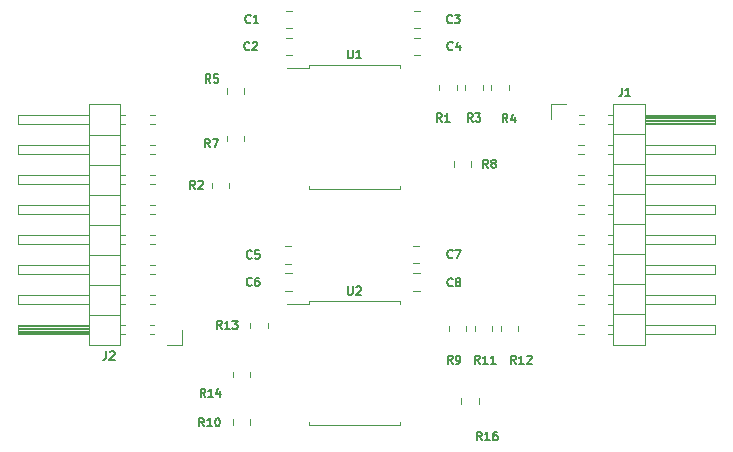
<source format=gto>
G04 #@! TF.GenerationSoftware,KiCad,Pcbnew,(6.0.6)*
G04 #@! TF.CreationDate,2023-08-29T14:37:19+02:00*
G04 #@! TF.ProjectId,digital-isolator-2t6r,64696769-7461-46c2-9d69-736f6c61746f,rev?*
G04 #@! TF.SameCoordinates,Original*
G04 #@! TF.FileFunction,Legend,Top*
G04 #@! TF.FilePolarity,Positive*
%FSLAX46Y46*%
G04 Gerber Fmt 4.6, Leading zero omitted, Abs format (unit mm)*
G04 Created by KiCad (PCBNEW (6.0.6)) date 2023-08-29 14:37:19*
%MOMM*%
%LPD*%
G01*
G04 APERTURE LIST*
%ADD10C,0.150000*%
%ADD11C,0.120000*%
%ADD12C,3.200000*%
%ADD13R,1.700000X1.700000*%
%ADD14O,1.700000X1.700000*%
G04 APERTURE END LIST*
D10*
X125500000Y-56166666D02*
X125266666Y-55833333D01*
X125100000Y-56166666D02*
X125100000Y-55466666D01*
X125366666Y-55466666D01*
X125433333Y-55500000D01*
X125466666Y-55533333D01*
X125500000Y-55600000D01*
X125500000Y-55700000D01*
X125466666Y-55766666D01*
X125433333Y-55800000D01*
X125366666Y-55833333D01*
X125100000Y-55833333D01*
X126166666Y-56166666D02*
X125766666Y-56166666D01*
X125966666Y-56166666D02*
X125966666Y-55466666D01*
X125900000Y-55566666D01*
X125833333Y-55633333D01*
X125766666Y-55666666D01*
X126833333Y-56166666D02*
X126433333Y-56166666D01*
X126633333Y-56166666D02*
X126633333Y-55466666D01*
X126566666Y-55566666D01*
X126500000Y-55633333D01*
X126433333Y-55666666D01*
X126203333Y-39576666D02*
X125970000Y-39243333D01*
X125803333Y-39576666D02*
X125803333Y-38876666D01*
X126070000Y-38876666D01*
X126136666Y-38910000D01*
X126170000Y-38943333D01*
X126203333Y-39010000D01*
X126203333Y-39110000D01*
X126170000Y-39176666D01*
X126136666Y-39210000D01*
X126070000Y-39243333D01*
X125803333Y-39243333D01*
X126603333Y-39176666D02*
X126536666Y-39143333D01*
X126503333Y-39110000D01*
X126470000Y-39043333D01*
X126470000Y-39010000D01*
X126503333Y-38943333D01*
X126536666Y-38910000D01*
X126603333Y-38876666D01*
X126736666Y-38876666D01*
X126803333Y-38910000D01*
X126836666Y-38943333D01*
X126870000Y-39010000D01*
X126870000Y-39043333D01*
X126836666Y-39110000D01*
X126803333Y-39143333D01*
X126736666Y-39176666D01*
X126603333Y-39176666D01*
X126536666Y-39210000D01*
X126503333Y-39243333D01*
X126470000Y-39310000D01*
X126470000Y-39443333D01*
X126503333Y-39510000D01*
X126536666Y-39543333D01*
X126603333Y-39576666D01*
X126736666Y-39576666D01*
X126803333Y-39543333D01*
X126836666Y-39510000D01*
X126870000Y-39443333D01*
X126870000Y-39310000D01*
X126836666Y-39243333D01*
X126803333Y-39210000D01*
X126736666Y-39176666D01*
X101383333Y-41356666D02*
X101150000Y-41023333D01*
X100983333Y-41356666D02*
X100983333Y-40656666D01*
X101250000Y-40656666D01*
X101316666Y-40690000D01*
X101350000Y-40723333D01*
X101383333Y-40790000D01*
X101383333Y-40890000D01*
X101350000Y-40956666D01*
X101316666Y-40990000D01*
X101250000Y-41023333D01*
X100983333Y-41023333D01*
X101650000Y-40723333D02*
X101683333Y-40690000D01*
X101750000Y-40656666D01*
X101916666Y-40656666D01*
X101983333Y-40690000D01*
X102016666Y-40723333D01*
X102050000Y-40790000D01*
X102050000Y-40856666D01*
X102016666Y-40956666D01*
X101616666Y-41356666D01*
X102050000Y-41356666D01*
X102633333Y-37816666D02*
X102400000Y-37483333D01*
X102233333Y-37816666D02*
X102233333Y-37116666D01*
X102500000Y-37116666D01*
X102566666Y-37150000D01*
X102600000Y-37183333D01*
X102633333Y-37250000D01*
X102633333Y-37350000D01*
X102600000Y-37416666D01*
X102566666Y-37450000D01*
X102500000Y-37483333D01*
X102233333Y-37483333D01*
X102866666Y-37116666D02*
X103333333Y-37116666D01*
X103033333Y-37816666D01*
X122283333Y-35666666D02*
X122050000Y-35333333D01*
X121883333Y-35666666D02*
X121883333Y-34966666D01*
X122150000Y-34966666D01*
X122216666Y-35000000D01*
X122250000Y-35033333D01*
X122283333Y-35100000D01*
X122283333Y-35200000D01*
X122250000Y-35266666D01*
X122216666Y-35300000D01*
X122150000Y-35333333D01*
X121883333Y-35333333D01*
X122950000Y-35666666D02*
X122550000Y-35666666D01*
X122750000Y-35666666D02*
X122750000Y-34966666D01*
X122683333Y-35066666D01*
X122616666Y-35133333D01*
X122550000Y-35166666D01*
X123133333Y-27250000D02*
X123100000Y-27283333D01*
X123000000Y-27316666D01*
X122933333Y-27316666D01*
X122833333Y-27283333D01*
X122766666Y-27216666D01*
X122733333Y-27150000D01*
X122700000Y-27016666D01*
X122700000Y-26916666D01*
X122733333Y-26783333D01*
X122766666Y-26716666D01*
X122833333Y-26650000D01*
X122933333Y-26616666D01*
X123000000Y-26616666D01*
X123100000Y-26650000D01*
X123133333Y-26683333D01*
X123366666Y-26616666D02*
X123800000Y-26616666D01*
X123566666Y-26883333D01*
X123666666Y-26883333D01*
X123733333Y-26916666D01*
X123766666Y-26950000D01*
X123800000Y-27016666D01*
X123800000Y-27183333D01*
X123766666Y-27250000D01*
X123733333Y-27283333D01*
X123666666Y-27316666D01*
X123466666Y-27316666D01*
X123400000Y-27283333D01*
X123366666Y-27250000D01*
X93866666Y-55116666D02*
X93866666Y-55616666D01*
X93833333Y-55716666D01*
X93766666Y-55783333D01*
X93666666Y-55816666D01*
X93600000Y-55816666D01*
X94166666Y-55183333D02*
X94200000Y-55150000D01*
X94266666Y-55116666D01*
X94433333Y-55116666D01*
X94500000Y-55150000D01*
X94533333Y-55183333D01*
X94566666Y-55250000D01*
X94566666Y-55316666D01*
X94533333Y-55416666D01*
X94133333Y-55816666D01*
X94566666Y-55816666D01*
X114326666Y-49606666D02*
X114326666Y-50173333D01*
X114360000Y-50240000D01*
X114393333Y-50273333D01*
X114460000Y-50306666D01*
X114593333Y-50306666D01*
X114660000Y-50273333D01*
X114693333Y-50240000D01*
X114726666Y-50173333D01*
X114726666Y-49606666D01*
X115026666Y-49673333D02*
X115060000Y-49640000D01*
X115126666Y-49606666D01*
X115293333Y-49606666D01*
X115360000Y-49640000D01*
X115393333Y-49673333D01*
X115426666Y-49740000D01*
X115426666Y-49806666D01*
X115393333Y-49906666D01*
X114993333Y-50306666D01*
X115426666Y-50306666D01*
X106183333Y-47200000D02*
X106150000Y-47233333D01*
X106050000Y-47266666D01*
X105983333Y-47266666D01*
X105883333Y-47233333D01*
X105816666Y-47166666D01*
X105783333Y-47100000D01*
X105750000Y-46966666D01*
X105750000Y-46866666D01*
X105783333Y-46733333D01*
X105816666Y-46666666D01*
X105883333Y-46600000D01*
X105983333Y-46566666D01*
X106050000Y-46566666D01*
X106150000Y-46600000D01*
X106183333Y-46633333D01*
X106816666Y-46566666D02*
X106483333Y-46566666D01*
X106450000Y-46900000D01*
X106483333Y-46866666D01*
X106550000Y-46833333D01*
X106716666Y-46833333D01*
X106783333Y-46866666D01*
X106816666Y-46900000D01*
X106850000Y-46966666D01*
X106850000Y-47133333D01*
X106816666Y-47200000D01*
X106783333Y-47233333D01*
X106716666Y-47266666D01*
X106550000Y-47266666D01*
X106483333Y-47233333D01*
X106450000Y-47200000D01*
X106083333Y-27250000D02*
X106050000Y-27283333D01*
X105950000Y-27316666D01*
X105883333Y-27316666D01*
X105783333Y-27283333D01*
X105716666Y-27216666D01*
X105683333Y-27150000D01*
X105650000Y-27016666D01*
X105650000Y-26916666D01*
X105683333Y-26783333D01*
X105716666Y-26716666D01*
X105783333Y-26650000D01*
X105883333Y-26616666D01*
X105950000Y-26616666D01*
X106050000Y-26650000D01*
X106083333Y-26683333D01*
X106750000Y-27316666D02*
X106350000Y-27316666D01*
X106550000Y-27316666D02*
X106550000Y-26616666D01*
X106483333Y-26716666D01*
X106416666Y-26783333D01*
X106350000Y-26816666D01*
X125660000Y-62646666D02*
X125426666Y-62313333D01*
X125260000Y-62646666D02*
X125260000Y-61946666D01*
X125526666Y-61946666D01*
X125593333Y-61980000D01*
X125626666Y-62013333D01*
X125660000Y-62080000D01*
X125660000Y-62180000D01*
X125626666Y-62246666D01*
X125593333Y-62280000D01*
X125526666Y-62313333D01*
X125260000Y-62313333D01*
X126326666Y-62646666D02*
X125926666Y-62646666D01*
X126126666Y-62646666D02*
X126126666Y-61946666D01*
X126060000Y-62046666D01*
X125993333Y-62113333D01*
X125926666Y-62146666D01*
X126926666Y-61946666D02*
X126793333Y-61946666D01*
X126726666Y-61980000D01*
X126693333Y-62013333D01*
X126626666Y-62113333D01*
X126593333Y-62246666D01*
X126593333Y-62513333D01*
X126626666Y-62580000D01*
X126660000Y-62613333D01*
X126726666Y-62646666D01*
X126860000Y-62646666D01*
X126926666Y-62613333D01*
X126960000Y-62580000D01*
X126993333Y-62513333D01*
X126993333Y-62346666D01*
X126960000Y-62280000D01*
X126926666Y-62246666D01*
X126860000Y-62213333D01*
X126726666Y-62213333D01*
X126660000Y-62246666D01*
X126626666Y-62280000D01*
X126593333Y-62346666D01*
X102250000Y-58966666D02*
X102016666Y-58633333D01*
X101850000Y-58966666D02*
X101850000Y-58266666D01*
X102116666Y-58266666D01*
X102183333Y-58300000D01*
X102216666Y-58333333D01*
X102250000Y-58400000D01*
X102250000Y-58500000D01*
X102216666Y-58566666D01*
X102183333Y-58600000D01*
X102116666Y-58633333D01*
X101850000Y-58633333D01*
X102916666Y-58966666D02*
X102516666Y-58966666D01*
X102716666Y-58966666D02*
X102716666Y-58266666D01*
X102650000Y-58366666D01*
X102583333Y-58433333D01*
X102516666Y-58466666D01*
X103516666Y-58500000D02*
X103516666Y-58966666D01*
X103350000Y-58233333D02*
X103183333Y-58733333D01*
X103616666Y-58733333D01*
X124883333Y-35666666D02*
X124650000Y-35333333D01*
X124483333Y-35666666D02*
X124483333Y-34966666D01*
X124750000Y-34966666D01*
X124816666Y-35000000D01*
X124850000Y-35033333D01*
X124883333Y-35100000D01*
X124883333Y-35200000D01*
X124850000Y-35266666D01*
X124816666Y-35300000D01*
X124750000Y-35333333D01*
X124483333Y-35333333D01*
X125116666Y-34966666D02*
X125550000Y-34966666D01*
X125316666Y-35233333D01*
X125416666Y-35233333D01*
X125483333Y-35266666D01*
X125516666Y-35300000D01*
X125550000Y-35366666D01*
X125550000Y-35533333D01*
X125516666Y-35600000D01*
X125483333Y-35633333D01*
X125416666Y-35666666D01*
X125216666Y-35666666D01*
X125150000Y-35633333D01*
X125116666Y-35600000D01*
X114326666Y-29606666D02*
X114326666Y-30173333D01*
X114360000Y-30240000D01*
X114393333Y-30273333D01*
X114460000Y-30306666D01*
X114593333Y-30306666D01*
X114660000Y-30273333D01*
X114693333Y-30240000D01*
X114726666Y-30173333D01*
X114726666Y-29606666D01*
X115426666Y-30306666D02*
X115026666Y-30306666D01*
X115226666Y-30306666D02*
X115226666Y-29606666D01*
X115160000Y-29706666D01*
X115093333Y-29773333D01*
X115026666Y-29806666D01*
X127833333Y-35716666D02*
X127600000Y-35383333D01*
X127433333Y-35716666D02*
X127433333Y-35016666D01*
X127700000Y-35016666D01*
X127766666Y-35050000D01*
X127800000Y-35083333D01*
X127833333Y-35150000D01*
X127833333Y-35250000D01*
X127800000Y-35316666D01*
X127766666Y-35350000D01*
X127700000Y-35383333D01*
X127433333Y-35383333D01*
X128433333Y-35250000D02*
X128433333Y-35716666D01*
X128266666Y-34983333D02*
X128100000Y-35483333D01*
X128533333Y-35483333D01*
X103650000Y-53216666D02*
X103416666Y-52883333D01*
X103250000Y-53216666D02*
X103250000Y-52516666D01*
X103516666Y-52516666D01*
X103583333Y-52550000D01*
X103616666Y-52583333D01*
X103650000Y-52650000D01*
X103650000Y-52750000D01*
X103616666Y-52816666D01*
X103583333Y-52850000D01*
X103516666Y-52883333D01*
X103250000Y-52883333D01*
X104316666Y-53216666D02*
X103916666Y-53216666D01*
X104116666Y-53216666D02*
X104116666Y-52516666D01*
X104050000Y-52616666D01*
X103983333Y-52683333D01*
X103916666Y-52716666D01*
X104550000Y-52516666D02*
X104983333Y-52516666D01*
X104750000Y-52783333D01*
X104850000Y-52783333D01*
X104916666Y-52816666D01*
X104950000Y-52850000D01*
X104983333Y-52916666D01*
X104983333Y-53083333D01*
X104950000Y-53150000D01*
X104916666Y-53183333D01*
X104850000Y-53216666D01*
X104650000Y-53216666D01*
X104583333Y-53183333D01*
X104550000Y-53150000D01*
X105983333Y-29550000D02*
X105950000Y-29583333D01*
X105850000Y-29616666D01*
X105783333Y-29616666D01*
X105683333Y-29583333D01*
X105616666Y-29516666D01*
X105583333Y-29450000D01*
X105550000Y-29316666D01*
X105550000Y-29216666D01*
X105583333Y-29083333D01*
X105616666Y-29016666D01*
X105683333Y-28950000D01*
X105783333Y-28916666D01*
X105850000Y-28916666D01*
X105950000Y-28950000D01*
X105983333Y-28983333D01*
X106250000Y-28983333D02*
X106283333Y-28950000D01*
X106350000Y-28916666D01*
X106516666Y-28916666D01*
X106583333Y-28950000D01*
X106616666Y-28983333D01*
X106650000Y-29050000D01*
X106650000Y-29116666D01*
X106616666Y-29216666D01*
X106216666Y-29616666D01*
X106650000Y-29616666D01*
X137516666Y-32821666D02*
X137516666Y-33321666D01*
X137483333Y-33421666D01*
X137416666Y-33488333D01*
X137316666Y-33521666D01*
X137250000Y-33521666D01*
X138216666Y-33521666D02*
X137816666Y-33521666D01*
X138016666Y-33521666D02*
X138016666Y-32821666D01*
X137950000Y-32921666D01*
X137883333Y-32988333D01*
X137816666Y-33021666D01*
X123183333Y-56166666D02*
X122950000Y-55833333D01*
X122783333Y-56166666D02*
X122783333Y-55466666D01*
X123050000Y-55466666D01*
X123116666Y-55500000D01*
X123150000Y-55533333D01*
X123183333Y-55600000D01*
X123183333Y-55700000D01*
X123150000Y-55766666D01*
X123116666Y-55800000D01*
X123050000Y-55833333D01*
X122783333Y-55833333D01*
X123516666Y-56166666D02*
X123650000Y-56166666D01*
X123716666Y-56133333D01*
X123750000Y-56100000D01*
X123816666Y-56000000D01*
X123850000Y-55866666D01*
X123850000Y-55600000D01*
X123816666Y-55533333D01*
X123783333Y-55500000D01*
X123716666Y-55466666D01*
X123583333Y-55466666D01*
X123516666Y-55500000D01*
X123483333Y-55533333D01*
X123450000Y-55600000D01*
X123450000Y-55766666D01*
X123483333Y-55833333D01*
X123516666Y-55866666D01*
X123583333Y-55900000D01*
X123716666Y-55900000D01*
X123783333Y-55866666D01*
X123816666Y-55833333D01*
X123850000Y-55766666D01*
X123183333Y-29550000D02*
X123150000Y-29583333D01*
X123050000Y-29616666D01*
X122983333Y-29616666D01*
X122883333Y-29583333D01*
X122816666Y-29516666D01*
X122783333Y-29450000D01*
X122750000Y-29316666D01*
X122750000Y-29216666D01*
X122783333Y-29083333D01*
X122816666Y-29016666D01*
X122883333Y-28950000D01*
X122983333Y-28916666D01*
X123050000Y-28916666D01*
X123150000Y-28950000D01*
X123183333Y-28983333D01*
X123783333Y-29150000D02*
X123783333Y-29616666D01*
X123616666Y-28883333D02*
X123450000Y-29383333D01*
X123883333Y-29383333D01*
X123183333Y-47150000D02*
X123150000Y-47183333D01*
X123050000Y-47216666D01*
X122983333Y-47216666D01*
X122883333Y-47183333D01*
X122816666Y-47116666D01*
X122783333Y-47050000D01*
X122750000Y-46916666D01*
X122750000Y-46816666D01*
X122783333Y-46683333D01*
X122816666Y-46616666D01*
X122883333Y-46550000D01*
X122983333Y-46516666D01*
X123050000Y-46516666D01*
X123150000Y-46550000D01*
X123183333Y-46583333D01*
X123416666Y-46516666D02*
X123883333Y-46516666D01*
X123583333Y-47216666D01*
X102683333Y-32366666D02*
X102450000Y-32033333D01*
X102283333Y-32366666D02*
X102283333Y-31666666D01*
X102550000Y-31666666D01*
X102616666Y-31700000D01*
X102650000Y-31733333D01*
X102683333Y-31800000D01*
X102683333Y-31900000D01*
X102650000Y-31966666D01*
X102616666Y-32000000D01*
X102550000Y-32033333D01*
X102283333Y-32033333D01*
X103316666Y-31666666D02*
X102983333Y-31666666D01*
X102950000Y-32000000D01*
X102983333Y-31966666D01*
X103050000Y-31933333D01*
X103216666Y-31933333D01*
X103283333Y-31966666D01*
X103316666Y-32000000D01*
X103350000Y-32066666D01*
X103350000Y-32233333D01*
X103316666Y-32300000D01*
X103283333Y-32333333D01*
X103216666Y-32366666D01*
X103050000Y-32366666D01*
X102983333Y-32333333D01*
X102950000Y-32300000D01*
X128550000Y-56166666D02*
X128316666Y-55833333D01*
X128150000Y-56166666D02*
X128150000Y-55466666D01*
X128416666Y-55466666D01*
X128483333Y-55500000D01*
X128516666Y-55533333D01*
X128550000Y-55600000D01*
X128550000Y-55700000D01*
X128516666Y-55766666D01*
X128483333Y-55800000D01*
X128416666Y-55833333D01*
X128150000Y-55833333D01*
X129216666Y-56166666D02*
X128816666Y-56166666D01*
X129016666Y-56166666D02*
X129016666Y-55466666D01*
X128950000Y-55566666D01*
X128883333Y-55633333D01*
X128816666Y-55666666D01*
X129483333Y-55533333D02*
X129516666Y-55500000D01*
X129583333Y-55466666D01*
X129750000Y-55466666D01*
X129816666Y-55500000D01*
X129850000Y-55533333D01*
X129883333Y-55600000D01*
X129883333Y-55666666D01*
X129850000Y-55766666D01*
X129450000Y-56166666D01*
X129883333Y-56166666D01*
X106183333Y-49500000D02*
X106150000Y-49533333D01*
X106050000Y-49566666D01*
X105983333Y-49566666D01*
X105883333Y-49533333D01*
X105816666Y-49466666D01*
X105783333Y-49400000D01*
X105750000Y-49266666D01*
X105750000Y-49166666D01*
X105783333Y-49033333D01*
X105816666Y-48966666D01*
X105883333Y-48900000D01*
X105983333Y-48866666D01*
X106050000Y-48866666D01*
X106150000Y-48900000D01*
X106183333Y-48933333D01*
X106783333Y-48866666D02*
X106650000Y-48866666D01*
X106583333Y-48900000D01*
X106550000Y-48933333D01*
X106483333Y-49033333D01*
X106450000Y-49166666D01*
X106450000Y-49433333D01*
X106483333Y-49500000D01*
X106516666Y-49533333D01*
X106583333Y-49566666D01*
X106716666Y-49566666D01*
X106783333Y-49533333D01*
X106816666Y-49500000D01*
X106850000Y-49433333D01*
X106850000Y-49266666D01*
X106816666Y-49200000D01*
X106783333Y-49166666D01*
X106716666Y-49133333D01*
X106583333Y-49133333D01*
X106516666Y-49166666D01*
X106483333Y-49200000D01*
X106450000Y-49266666D01*
X102150000Y-61466666D02*
X101916666Y-61133333D01*
X101750000Y-61466666D02*
X101750000Y-60766666D01*
X102016666Y-60766666D01*
X102083333Y-60800000D01*
X102116666Y-60833333D01*
X102150000Y-60900000D01*
X102150000Y-61000000D01*
X102116666Y-61066666D01*
X102083333Y-61100000D01*
X102016666Y-61133333D01*
X101750000Y-61133333D01*
X102816666Y-61466666D02*
X102416666Y-61466666D01*
X102616666Y-61466666D02*
X102616666Y-60766666D01*
X102550000Y-60866666D01*
X102483333Y-60933333D01*
X102416666Y-60966666D01*
X103250000Y-60766666D02*
X103316666Y-60766666D01*
X103383333Y-60800000D01*
X103416666Y-60833333D01*
X103450000Y-60900000D01*
X103483333Y-61033333D01*
X103483333Y-61200000D01*
X103450000Y-61333333D01*
X103416666Y-61400000D01*
X103383333Y-61433333D01*
X103316666Y-61466666D01*
X103250000Y-61466666D01*
X103183333Y-61433333D01*
X103150000Y-61400000D01*
X103116666Y-61333333D01*
X103083333Y-61200000D01*
X103083333Y-61033333D01*
X103116666Y-60900000D01*
X103150000Y-60833333D01*
X103183333Y-60800000D01*
X103250000Y-60766666D01*
X123183333Y-49550000D02*
X123150000Y-49583333D01*
X123050000Y-49616666D01*
X122983333Y-49616666D01*
X122883333Y-49583333D01*
X122816666Y-49516666D01*
X122783333Y-49450000D01*
X122750000Y-49316666D01*
X122750000Y-49216666D01*
X122783333Y-49083333D01*
X122816666Y-49016666D01*
X122883333Y-48950000D01*
X122983333Y-48916666D01*
X123050000Y-48916666D01*
X123150000Y-48950000D01*
X123183333Y-48983333D01*
X123583333Y-49216666D02*
X123516666Y-49183333D01*
X123483333Y-49150000D01*
X123450000Y-49083333D01*
X123450000Y-49050000D01*
X123483333Y-48983333D01*
X123516666Y-48950000D01*
X123583333Y-48916666D01*
X123716666Y-48916666D01*
X123783333Y-48950000D01*
X123816666Y-48983333D01*
X123850000Y-49050000D01*
X123850000Y-49083333D01*
X123816666Y-49150000D01*
X123783333Y-49183333D01*
X123716666Y-49216666D01*
X123583333Y-49216666D01*
X123516666Y-49250000D01*
X123483333Y-49283333D01*
X123450000Y-49350000D01*
X123450000Y-49483333D01*
X123483333Y-49550000D01*
X123516666Y-49583333D01*
X123583333Y-49616666D01*
X123716666Y-49616666D01*
X123783333Y-49583333D01*
X123816666Y-49550000D01*
X123850000Y-49483333D01*
X123850000Y-49350000D01*
X123816666Y-49283333D01*
X123783333Y-49250000D01*
X123716666Y-49216666D01*
D11*
X125065000Y-53427064D02*
X125065000Y-52972936D01*
X126535000Y-53427064D02*
X126535000Y-52972936D01*
X123285000Y-39032936D02*
X123285000Y-39487064D01*
X124755000Y-39032936D02*
X124755000Y-39487064D01*
X102825000Y-40832936D02*
X102825000Y-41287064D01*
X104295000Y-40832936D02*
X104295000Y-41287064D01*
X104075000Y-37297064D02*
X104075000Y-36842936D01*
X105545000Y-37297064D02*
X105545000Y-36842936D01*
X123535000Y-33027064D02*
X123535000Y-32572936D01*
X122065000Y-33027064D02*
X122065000Y-32572936D01*
X119911248Y-26285000D02*
X120433752Y-26285000D01*
X119911248Y-27755000D02*
X120433752Y-27755000D01*
X95070000Y-39305000D02*
X92410000Y-39305000D01*
X92410000Y-53115000D02*
X86410000Y-53115000D01*
X97940000Y-52895000D02*
X97552929Y-52895000D01*
X98007071Y-35115000D02*
X97552929Y-35115000D01*
X86410000Y-50355000D02*
X92410000Y-50355000D01*
X95467071Y-47815000D02*
X95070000Y-47815000D01*
X98007071Y-38415000D02*
X97552929Y-38415000D01*
X100320000Y-54545000D02*
X99050000Y-54545000D01*
X86410000Y-52895000D02*
X92410000Y-52895000D01*
X98007071Y-46035000D02*
X97552929Y-46035000D01*
X98007071Y-40955000D02*
X97552929Y-40955000D01*
X92410000Y-35875000D02*
X86410000Y-35875000D01*
X98007071Y-37655000D02*
X97552929Y-37655000D01*
X92410000Y-43495000D02*
X86410000Y-43495000D01*
X95070000Y-44385000D02*
X92410000Y-44385000D01*
X86410000Y-38415000D02*
X86410000Y-37655000D01*
X95467071Y-35875000D02*
X95070000Y-35875000D01*
X92410000Y-52995000D02*
X86410000Y-52995000D01*
X92410000Y-40955000D02*
X86410000Y-40955000D01*
X92410000Y-48575000D02*
X86410000Y-48575000D01*
X92410000Y-53235000D02*
X86410000Y-53235000D01*
X86410000Y-40955000D02*
X86410000Y-40195000D01*
X95467071Y-53655000D02*
X95070000Y-53655000D01*
X95467071Y-52895000D02*
X95070000Y-52895000D01*
X92410000Y-34165000D02*
X92410000Y-54605000D01*
X92410000Y-46035000D02*
X86410000Y-46035000D01*
X98007071Y-43495000D02*
X97552929Y-43495000D01*
X98007071Y-50355000D02*
X97552929Y-50355000D01*
X95070000Y-46925000D02*
X92410000Y-46925000D01*
X98007071Y-35875000D02*
X97552929Y-35875000D01*
X95070000Y-36765000D02*
X92410000Y-36765000D01*
X95070000Y-52005000D02*
X92410000Y-52005000D01*
X98007071Y-48575000D02*
X97552929Y-48575000D01*
X86410000Y-35875000D02*
X86410000Y-35115000D01*
X95467071Y-51115000D02*
X95070000Y-51115000D01*
X95467071Y-40195000D02*
X95070000Y-40195000D01*
X95467071Y-37655000D02*
X95070000Y-37655000D01*
X86410000Y-35115000D02*
X92410000Y-35115000D01*
X97940000Y-53655000D02*
X97552929Y-53655000D01*
X86410000Y-51115000D02*
X86410000Y-50355000D01*
X92410000Y-53475000D02*
X86410000Y-53475000D01*
X95467071Y-50355000D02*
X95070000Y-50355000D01*
X95467071Y-46035000D02*
X95070000Y-46035000D01*
X86410000Y-43495000D02*
X86410000Y-42735000D01*
X92410000Y-54605000D02*
X95070000Y-54605000D01*
X95467071Y-40955000D02*
X95070000Y-40955000D01*
X95070000Y-54605000D02*
X95070000Y-34165000D01*
X95070000Y-41845000D02*
X92410000Y-41845000D01*
X86410000Y-40195000D02*
X92410000Y-40195000D01*
X92410000Y-53355000D02*
X86410000Y-53355000D01*
X92410000Y-53655000D02*
X86410000Y-53655000D01*
X95467071Y-42735000D02*
X95070000Y-42735000D01*
X95070000Y-49465000D02*
X92410000Y-49465000D01*
X92410000Y-38415000D02*
X86410000Y-38415000D01*
X98007071Y-42735000D02*
X97552929Y-42735000D01*
X98007071Y-45275000D02*
X97552929Y-45275000D01*
X86410000Y-46035000D02*
X86410000Y-45275000D01*
X95467071Y-38415000D02*
X95070000Y-38415000D01*
X98007071Y-40195000D02*
X97552929Y-40195000D01*
X98007071Y-47815000D02*
X97552929Y-47815000D01*
X95467071Y-35115000D02*
X95070000Y-35115000D01*
X95467071Y-43495000D02*
X95070000Y-43495000D01*
X86410000Y-47815000D02*
X92410000Y-47815000D01*
X86410000Y-53655000D02*
X86410000Y-52895000D01*
X95467071Y-48575000D02*
X95070000Y-48575000D01*
X95467071Y-45275000D02*
X95070000Y-45275000D01*
X92410000Y-53595000D02*
X86410000Y-53595000D01*
X86410000Y-37655000D02*
X92410000Y-37655000D01*
X95070000Y-34165000D02*
X92410000Y-34165000D01*
X92410000Y-51115000D02*
X86410000Y-51115000D01*
X86410000Y-48575000D02*
X86410000Y-47815000D01*
X86410000Y-45275000D02*
X92410000Y-45275000D01*
X98007071Y-51115000D02*
X97552929Y-51115000D01*
X86410000Y-42735000D02*
X92410000Y-42735000D01*
X100320000Y-53275000D02*
X100320000Y-54545000D01*
X111000000Y-50830000D02*
X111000000Y-51085000D01*
X118720000Y-50830000D02*
X118720000Y-51085000D01*
X118720000Y-61350000D02*
X118720000Y-61095000D01*
X114860000Y-50830000D02*
X118720000Y-50830000D01*
X114860000Y-61350000D02*
X118720000Y-61350000D01*
X114860000Y-61350000D02*
X111000000Y-61350000D01*
X111000000Y-51085000D02*
X109185000Y-51085000D01*
X114860000Y-50830000D02*
X111000000Y-50830000D01*
X111000000Y-61350000D02*
X111000000Y-61095000D01*
X109548752Y-47685000D02*
X109026248Y-47685000D01*
X109548752Y-46215000D02*
X109026248Y-46215000D01*
X109571252Y-26285000D02*
X109048748Y-26285000D01*
X109571252Y-27755000D02*
X109048748Y-27755000D01*
X125395000Y-59102936D02*
X125395000Y-59557064D01*
X123925000Y-59102936D02*
X123925000Y-59557064D01*
X106035000Y-56822936D02*
X106035000Y-57277064D01*
X104565000Y-56822936D02*
X104565000Y-57277064D01*
X125735000Y-33027064D02*
X125735000Y-32572936D01*
X124265000Y-33027064D02*
X124265000Y-32572936D01*
X114860000Y-30830000D02*
X111000000Y-30830000D01*
X111000000Y-30830000D02*
X111000000Y-31085000D01*
X114860000Y-41350000D02*
X118720000Y-41350000D01*
X111000000Y-41350000D02*
X111000000Y-41095000D01*
X118720000Y-41350000D02*
X118720000Y-41095000D01*
X111000000Y-31085000D02*
X109185000Y-31085000D01*
X114860000Y-30830000D02*
X118720000Y-30830000D01*
X118720000Y-30830000D02*
X118720000Y-31085000D01*
X114860000Y-41350000D02*
X111000000Y-41350000D01*
X126465000Y-33027064D02*
X126465000Y-32572936D01*
X127935000Y-33027064D02*
X127935000Y-32572936D01*
X107535000Y-53177064D02*
X107535000Y-52722936D01*
X106065000Y-53177064D02*
X106065000Y-52722936D01*
X109571252Y-30055000D02*
X109048748Y-30055000D01*
X109571252Y-28585000D02*
X109048748Y-28585000D01*
X145440000Y-52875000D02*
X145440000Y-53635000D01*
X133842929Y-40175000D02*
X134297071Y-40175000D01*
X145440000Y-37635000D02*
X145440000Y-38395000D01*
X133842929Y-48555000D02*
X134297071Y-48555000D01*
X145440000Y-40175000D02*
X145440000Y-40935000D01*
X133910000Y-35855000D02*
X134297071Y-35855000D01*
X139440000Y-42715000D02*
X145440000Y-42715000D01*
X139440000Y-45255000D02*
X145440000Y-45255000D01*
X139440000Y-35095000D02*
X145440000Y-35095000D01*
X136382929Y-35855000D02*
X136780000Y-35855000D01*
X136382929Y-48555000D02*
X136780000Y-48555000D01*
X136780000Y-36745000D02*
X139440000Y-36745000D01*
X145440000Y-50335000D02*
X145440000Y-51095000D01*
X145440000Y-35095000D02*
X145440000Y-35855000D01*
X136382929Y-37635000D02*
X136780000Y-37635000D01*
X139440000Y-35635000D02*
X145440000Y-35635000D01*
X133842929Y-51095000D02*
X134297071Y-51095000D01*
X139440000Y-35155000D02*
X145440000Y-35155000D01*
X139440000Y-35275000D02*
X145440000Y-35275000D01*
X133842929Y-38395000D02*
X134297071Y-38395000D01*
X136780000Y-54585000D02*
X139440000Y-54585000D01*
X136382929Y-40935000D02*
X136780000Y-40935000D01*
X133842929Y-47795000D02*
X134297071Y-47795000D01*
X139440000Y-35515000D02*
X145440000Y-35515000D01*
X139440000Y-50335000D02*
X145440000Y-50335000D01*
X133842929Y-42715000D02*
X134297071Y-42715000D01*
X136780000Y-49445000D02*
X139440000Y-49445000D01*
X133842929Y-40935000D02*
X134297071Y-40935000D01*
X145440000Y-35855000D02*
X139440000Y-35855000D01*
X136382929Y-40175000D02*
X136780000Y-40175000D01*
X145440000Y-51095000D02*
X139440000Y-51095000D01*
X136780000Y-44365000D02*
X139440000Y-44365000D01*
X136382929Y-42715000D02*
X136780000Y-42715000D01*
X133842929Y-53635000D02*
X134297071Y-53635000D01*
X133842929Y-52875000D02*
X134297071Y-52875000D01*
X136780000Y-39285000D02*
X139440000Y-39285000D01*
X139440000Y-34145000D02*
X136780000Y-34145000D01*
X136382929Y-51095000D02*
X136780000Y-51095000D01*
X145440000Y-38395000D02*
X139440000Y-38395000D01*
X145440000Y-47795000D02*
X145440000Y-48555000D01*
X139440000Y-54585000D02*
X139440000Y-34145000D01*
X139440000Y-35755000D02*
X145440000Y-35755000D01*
X136382929Y-45255000D02*
X136780000Y-45255000D01*
X133842929Y-45255000D02*
X134297071Y-45255000D01*
X136780000Y-34145000D02*
X136780000Y-54585000D01*
X136382929Y-47795000D02*
X136780000Y-47795000D01*
X133842929Y-50335000D02*
X134297071Y-50335000D01*
X145440000Y-42715000D02*
X145440000Y-43475000D01*
X139440000Y-52875000D02*
X145440000Y-52875000D01*
X133842929Y-37635000D02*
X134297071Y-37635000D01*
X139440000Y-40175000D02*
X145440000Y-40175000D01*
X136382929Y-43475000D02*
X136780000Y-43475000D01*
X131530000Y-34205000D02*
X132800000Y-34205000D01*
X145440000Y-53635000D02*
X139440000Y-53635000D01*
X139440000Y-37635000D02*
X145440000Y-37635000D01*
X136382929Y-38395000D02*
X136780000Y-38395000D01*
X145440000Y-45255000D02*
X145440000Y-46015000D01*
X133910000Y-35095000D02*
X134297071Y-35095000D01*
X136382929Y-46015000D02*
X136780000Y-46015000D01*
X136382929Y-52875000D02*
X136780000Y-52875000D01*
X136382929Y-50335000D02*
X136780000Y-50335000D01*
X145440000Y-46015000D02*
X139440000Y-46015000D01*
X136780000Y-46905000D02*
X139440000Y-46905000D01*
X139440000Y-35395000D02*
X145440000Y-35395000D01*
X133842929Y-46015000D02*
X134297071Y-46015000D01*
X131530000Y-35475000D02*
X131530000Y-34205000D01*
X145440000Y-43475000D02*
X139440000Y-43475000D01*
X145440000Y-48555000D02*
X139440000Y-48555000D01*
X136382929Y-53635000D02*
X136780000Y-53635000D01*
X136780000Y-51985000D02*
X139440000Y-51985000D01*
X136382929Y-35095000D02*
X136780000Y-35095000D01*
X145440000Y-40935000D02*
X139440000Y-40935000D01*
X139440000Y-47795000D02*
X145440000Y-47795000D01*
X136780000Y-41825000D02*
X139440000Y-41825000D01*
X133842929Y-43475000D02*
X134297071Y-43475000D01*
X124335000Y-53427064D02*
X124335000Y-52972936D01*
X122865000Y-53427064D02*
X122865000Y-52972936D01*
X119898748Y-30055000D02*
X120421252Y-30055000D01*
X119898748Y-28585000D02*
X120421252Y-28585000D01*
X119863748Y-47635000D02*
X120386252Y-47635000D01*
X119863748Y-46165000D02*
X120386252Y-46165000D01*
X105545000Y-32842936D02*
X105545000Y-33297064D01*
X104075000Y-32842936D02*
X104075000Y-33297064D01*
X127265000Y-53427064D02*
X127265000Y-52972936D01*
X128735000Y-53427064D02*
X128735000Y-52972936D01*
X109561252Y-48515000D02*
X109038748Y-48515000D01*
X109561252Y-49985000D02*
X109038748Y-49985000D01*
X104565000Y-60872936D02*
X104565000Y-61327064D01*
X106035000Y-60872936D02*
X106035000Y-61327064D01*
X119876248Y-48515000D02*
X120398752Y-48515000D01*
X119876248Y-49985000D02*
X120398752Y-49985000D01*
%LPC*%
G36*
G01*
X126250000Y-54800000D02*
X125350000Y-54800000D01*
G75*
G02*
X125100000Y-54550000I0J250000D01*
G01*
X125100000Y-53850000D01*
G75*
G02*
X125350000Y-53600000I250000J0D01*
G01*
X126250000Y-53600000D01*
G75*
G02*
X126500000Y-53850000I0J-250000D01*
G01*
X126500000Y-54550000D01*
G75*
G02*
X126250000Y-54800000I-250000J0D01*
G01*
G37*
G36*
G01*
X126250000Y-52800000D02*
X125350000Y-52800000D01*
G75*
G02*
X125100000Y-52550000I0J250000D01*
G01*
X125100000Y-51850000D01*
G75*
G02*
X125350000Y-51600000I250000J0D01*
G01*
X126250000Y-51600000D01*
G75*
G02*
X126500000Y-51850000I0J-250000D01*
G01*
X126500000Y-52550000D01*
G75*
G02*
X126250000Y-52800000I-250000J0D01*
G01*
G37*
G36*
G01*
X123570000Y-37660000D02*
X124470000Y-37660000D01*
G75*
G02*
X124720000Y-37910000I0J-250000D01*
G01*
X124720000Y-38610000D01*
G75*
G02*
X124470000Y-38860000I-250000J0D01*
G01*
X123570000Y-38860000D01*
G75*
G02*
X123320000Y-38610000I0J250000D01*
G01*
X123320000Y-37910000D01*
G75*
G02*
X123570000Y-37660000I250000J0D01*
G01*
G37*
G36*
G01*
X123570000Y-39660000D02*
X124470000Y-39660000D01*
G75*
G02*
X124720000Y-39910000I0J-250000D01*
G01*
X124720000Y-40610000D01*
G75*
G02*
X124470000Y-40860000I-250000J0D01*
G01*
X123570000Y-40860000D01*
G75*
G02*
X123320000Y-40610000I0J250000D01*
G01*
X123320000Y-39910000D01*
G75*
G02*
X123570000Y-39660000I250000J0D01*
G01*
G37*
D12*
X136420000Y-25850000D03*
G36*
G01*
X103110000Y-39460000D02*
X104010000Y-39460000D01*
G75*
G02*
X104260000Y-39710000I0J-250000D01*
G01*
X104260000Y-40410000D01*
G75*
G02*
X104010000Y-40660000I-250000J0D01*
G01*
X103110000Y-40660000D01*
G75*
G02*
X102860000Y-40410000I0J250000D01*
G01*
X102860000Y-39710000D01*
G75*
G02*
X103110000Y-39460000I250000J0D01*
G01*
G37*
G36*
G01*
X103110000Y-41460000D02*
X104010000Y-41460000D01*
G75*
G02*
X104260000Y-41710000I0J-250000D01*
G01*
X104260000Y-42410000D01*
G75*
G02*
X104010000Y-42660000I-250000J0D01*
G01*
X103110000Y-42660000D01*
G75*
G02*
X102860000Y-42410000I0J250000D01*
G01*
X102860000Y-41710000D01*
G75*
G02*
X103110000Y-41460000I250000J0D01*
G01*
G37*
G36*
G01*
X105260000Y-38670000D02*
X104360000Y-38670000D01*
G75*
G02*
X104110000Y-38420000I0J250000D01*
G01*
X104110000Y-37720000D01*
G75*
G02*
X104360000Y-37470000I250000J0D01*
G01*
X105260000Y-37470000D01*
G75*
G02*
X105510000Y-37720000I0J-250000D01*
G01*
X105510000Y-38420000D01*
G75*
G02*
X105260000Y-38670000I-250000J0D01*
G01*
G37*
G36*
G01*
X105260000Y-36670000D02*
X104360000Y-36670000D01*
G75*
G02*
X104110000Y-36420000I0J250000D01*
G01*
X104110000Y-35720000D01*
G75*
G02*
X104360000Y-35470000I250000J0D01*
G01*
X105260000Y-35470000D01*
G75*
G02*
X105510000Y-35720000I0J-250000D01*
G01*
X105510000Y-36420000D01*
G75*
G02*
X105260000Y-36670000I-250000J0D01*
G01*
G37*
G36*
G01*
X123250000Y-34400000D02*
X122350000Y-34400000D01*
G75*
G02*
X122100000Y-34150000I0J250000D01*
G01*
X122100000Y-33450000D01*
G75*
G02*
X122350000Y-33200000I250000J0D01*
G01*
X123250000Y-33200000D01*
G75*
G02*
X123500000Y-33450000I0J-250000D01*
G01*
X123500000Y-34150000D01*
G75*
G02*
X123250000Y-34400000I-250000J0D01*
G01*
G37*
G36*
G01*
X123250000Y-32400000D02*
X122350000Y-32400000D01*
G75*
G02*
X122100000Y-32150000I0J250000D01*
G01*
X122100000Y-31450000D01*
G75*
G02*
X122350000Y-31200000I250000J0D01*
G01*
X123250000Y-31200000D01*
G75*
G02*
X123500000Y-31450000I0J-250000D01*
G01*
X123500000Y-32150000D01*
G75*
G02*
X123250000Y-32400000I-250000J0D01*
G01*
G37*
G36*
G01*
X118547500Y-27495000D02*
X118547500Y-26545000D01*
G75*
G02*
X118797500Y-26295000I250000J0D01*
G01*
X119472500Y-26295000D01*
G75*
G02*
X119722500Y-26545000I0J-250000D01*
G01*
X119722500Y-27495000D01*
G75*
G02*
X119472500Y-27745000I-250000J0D01*
G01*
X118797500Y-27745000D01*
G75*
G02*
X118547500Y-27495000I0J250000D01*
G01*
G37*
G36*
G01*
X120622500Y-27495000D02*
X120622500Y-26545000D01*
G75*
G02*
X120872500Y-26295000I250000J0D01*
G01*
X121547500Y-26295000D01*
G75*
G02*
X121797500Y-26545000I0J-250000D01*
G01*
X121797500Y-27495000D01*
G75*
G02*
X121547500Y-27745000I-250000J0D01*
G01*
X120872500Y-27745000D01*
G75*
G02*
X120622500Y-27495000I0J250000D01*
G01*
G37*
D13*
X99050000Y-53275000D03*
D14*
X96510000Y-53275000D03*
X99050000Y-50735000D03*
X96510000Y-50735000D03*
X99050000Y-48195000D03*
X96510000Y-48195000D03*
X99050000Y-45655000D03*
X96510000Y-45655000D03*
X99050000Y-43115000D03*
X96510000Y-43115000D03*
X99050000Y-40575000D03*
X96510000Y-40575000D03*
X99050000Y-38035000D03*
X96510000Y-38035000D03*
X99050000Y-35495000D03*
X96510000Y-35495000D03*
G36*
G01*
X109185000Y-51795000D02*
X109185000Y-51495000D01*
G75*
G02*
X109335000Y-51345000I150000J0D01*
G01*
X111085000Y-51345000D01*
G75*
G02*
X111235000Y-51495000I0J-150000D01*
G01*
X111235000Y-51795000D01*
G75*
G02*
X111085000Y-51945000I-150000J0D01*
G01*
X109335000Y-51945000D01*
G75*
G02*
X109185000Y-51795000I0J150000D01*
G01*
G37*
G36*
G01*
X109185000Y-53065000D02*
X109185000Y-52765000D01*
G75*
G02*
X109335000Y-52615000I150000J0D01*
G01*
X111085000Y-52615000D01*
G75*
G02*
X111235000Y-52765000I0J-150000D01*
G01*
X111235000Y-53065000D01*
G75*
G02*
X111085000Y-53215000I-150000J0D01*
G01*
X109335000Y-53215000D01*
G75*
G02*
X109185000Y-53065000I0J150000D01*
G01*
G37*
G36*
G01*
X109185000Y-54335000D02*
X109185000Y-54035000D01*
G75*
G02*
X109335000Y-53885000I150000J0D01*
G01*
X111085000Y-53885000D01*
G75*
G02*
X111235000Y-54035000I0J-150000D01*
G01*
X111235000Y-54335000D01*
G75*
G02*
X111085000Y-54485000I-150000J0D01*
G01*
X109335000Y-54485000D01*
G75*
G02*
X109185000Y-54335000I0J150000D01*
G01*
G37*
G36*
G01*
X109185000Y-55605000D02*
X109185000Y-55305000D01*
G75*
G02*
X109335000Y-55155000I150000J0D01*
G01*
X111085000Y-55155000D01*
G75*
G02*
X111235000Y-55305000I0J-150000D01*
G01*
X111235000Y-55605000D01*
G75*
G02*
X111085000Y-55755000I-150000J0D01*
G01*
X109335000Y-55755000D01*
G75*
G02*
X109185000Y-55605000I0J150000D01*
G01*
G37*
G36*
G01*
X109185000Y-56875000D02*
X109185000Y-56575000D01*
G75*
G02*
X109335000Y-56425000I150000J0D01*
G01*
X111085000Y-56425000D01*
G75*
G02*
X111235000Y-56575000I0J-150000D01*
G01*
X111235000Y-56875000D01*
G75*
G02*
X111085000Y-57025000I-150000J0D01*
G01*
X109335000Y-57025000D01*
G75*
G02*
X109185000Y-56875000I0J150000D01*
G01*
G37*
G36*
G01*
X109185000Y-58145000D02*
X109185000Y-57845000D01*
G75*
G02*
X109335000Y-57695000I150000J0D01*
G01*
X111085000Y-57695000D01*
G75*
G02*
X111235000Y-57845000I0J-150000D01*
G01*
X111235000Y-58145000D01*
G75*
G02*
X111085000Y-58295000I-150000J0D01*
G01*
X109335000Y-58295000D01*
G75*
G02*
X109185000Y-58145000I0J150000D01*
G01*
G37*
G36*
G01*
X109185000Y-59415000D02*
X109185000Y-59115000D01*
G75*
G02*
X109335000Y-58965000I150000J0D01*
G01*
X111085000Y-58965000D01*
G75*
G02*
X111235000Y-59115000I0J-150000D01*
G01*
X111235000Y-59415000D01*
G75*
G02*
X111085000Y-59565000I-150000J0D01*
G01*
X109335000Y-59565000D01*
G75*
G02*
X109185000Y-59415000I0J150000D01*
G01*
G37*
G36*
G01*
X109185000Y-60685000D02*
X109185000Y-60385000D01*
G75*
G02*
X109335000Y-60235000I150000J0D01*
G01*
X111085000Y-60235000D01*
G75*
G02*
X111235000Y-60385000I0J-150000D01*
G01*
X111235000Y-60685000D01*
G75*
G02*
X111085000Y-60835000I-150000J0D01*
G01*
X109335000Y-60835000D01*
G75*
G02*
X109185000Y-60685000I0J150000D01*
G01*
G37*
G36*
G01*
X118485000Y-60685000D02*
X118485000Y-60385000D01*
G75*
G02*
X118635000Y-60235000I150000J0D01*
G01*
X120385000Y-60235000D01*
G75*
G02*
X120535000Y-60385000I0J-150000D01*
G01*
X120535000Y-60685000D01*
G75*
G02*
X120385000Y-60835000I-150000J0D01*
G01*
X118635000Y-60835000D01*
G75*
G02*
X118485000Y-60685000I0J150000D01*
G01*
G37*
G36*
G01*
X118485000Y-59415000D02*
X118485000Y-59115000D01*
G75*
G02*
X118635000Y-58965000I150000J0D01*
G01*
X120385000Y-58965000D01*
G75*
G02*
X120535000Y-59115000I0J-150000D01*
G01*
X120535000Y-59415000D01*
G75*
G02*
X120385000Y-59565000I-150000J0D01*
G01*
X118635000Y-59565000D01*
G75*
G02*
X118485000Y-59415000I0J150000D01*
G01*
G37*
G36*
G01*
X118485000Y-58145000D02*
X118485000Y-57845000D01*
G75*
G02*
X118635000Y-57695000I150000J0D01*
G01*
X120385000Y-57695000D01*
G75*
G02*
X120535000Y-57845000I0J-150000D01*
G01*
X120535000Y-58145000D01*
G75*
G02*
X120385000Y-58295000I-150000J0D01*
G01*
X118635000Y-58295000D01*
G75*
G02*
X118485000Y-58145000I0J150000D01*
G01*
G37*
G36*
G01*
X118485000Y-56875000D02*
X118485000Y-56575000D01*
G75*
G02*
X118635000Y-56425000I150000J0D01*
G01*
X120385000Y-56425000D01*
G75*
G02*
X120535000Y-56575000I0J-150000D01*
G01*
X120535000Y-56875000D01*
G75*
G02*
X120385000Y-57025000I-150000J0D01*
G01*
X118635000Y-57025000D01*
G75*
G02*
X118485000Y-56875000I0J150000D01*
G01*
G37*
G36*
G01*
X118485000Y-55605000D02*
X118485000Y-55305000D01*
G75*
G02*
X118635000Y-55155000I150000J0D01*
G01*
X120385000Y-55155000D01*
G75*
G02*
X120535000Y-55305000I0J-150000D01*
G01*
X120535000Y-55605000D01*
G75*
G02*
X120385000Y-55755000I-150000J0D01*
G01*
X118635000Y-55755000D01*
G75*
G02*
X118485000Y-55605000I0J150000D01*
G01*
G37*
G36*
G01*
X118485000Y-54335000D02*
X118485000Y-54035000D01*
G75*
G02*
X118635000Y-53885000I150000J0D01*
G01*
X120385000Y-53885000D01*
G75*
G02*
X120535000Y-54035000I0J-150000D01*
G01*
X120535000Y-54335000D01*
G75*
G02*
X120385000Y-54485000I-150000J0D01*
G01*
X118635000Y-54485000D01*
G75*
G02*
X118485000Y-54335000I0J150000D01*
G01*
G37*
G36*
G01*
X118485000Y-53065000D02*
X118485000Y-52765000D01*
G75*
G02*
X118635000Y-52615000I150000J0D01*
G01*
X120385000Y-52615000D01*
G75*
G02*
X120535000Y-52765000I0J-150000D01*
G01*
X120535000Y-53065000D01*
G75*
G02*
X120385000Y-53215000I-150000J0D01*
G01*
X118635000Y-53215000D01*
G75*
G02*
X118485000Y-53065000I0J150000D01*
G01*
G37*
G36*
G01*
X118485000Y-51795000D02*
X118485000Y-51495000D01*
G75*
G02*
X118635000Y-51345000I150000J0D01*
G01*
X120385000Y-51345000D01*
G75*
G02*
X120535000Y-51495000I0J-150000D01*
G01*
X120535000Y-51795000D01*
G75*
G02*
X120385000Y-51945000I-150000J0D01*
G01*
X118635000Y-51945000D01*
G75*
G02*
X118485000Y-51795000I0J150000D01*
G01*
G37*
G36*
G01*
X110912500Y-46475000D02*
X110912500Y-47425000D01*
G75*
G02*
X110662500Y-47675000I-250000J0D01*
G01*
X109987500Y-47675000D01*
G75*
G02*
X109737500Y-47425000I0J250000D01*
G01*
X109737500Y-46475000D01*
G75*
G02*
X109987500Y-46225000I250000J0D01*
G01*
X110662500Y-46225000D01*
G75*
G02*
X110912500Y-46475000I0J-250000D01*
G01*
G37*
G36*
G01*
X108837500Y-46475000D02*
X108837500Y-47425000D01*
G75*
G02*
X108587500Y-47675000I-250000J0D01*
G01*
X107912500Y-47675000D01*
G75*
G02*
X107662500Y-47425000I0J250000D01*
G01*
X107662500Y-46475000D01*
G75*
G02*
X107912500Y-46225000I250000J0D01*
G01*
X108587500Y-46225000D01*
G75*
G02*
X108837500Y-46475000I0J-250000D01*
G01*
G37*
G36*
G01*
X110935000Y-26545000D02*
X110935000Y-27495000D01*
G75*
G02*
X110685000Y-27745000I-250000J0D01*
G01*
X110010000Y-27745000D01*
G75*
G02*
X109760000Y-27495000I0J250000D01*
G01*
X109760000Y-26545000D01*
G75*
G02*
X110010000Y-26295000I250000J0D01*
G01*
X110685000Y-26295000D01*
G75*
G02*
X110935000Y-26545000I0J-250000D01*
G01*
G37*
G36*
G01*
X108860000Y-26545000D02*
X108860000Y-27495000D01*
G75*
G02*
X108610000Y-27745000I-250000J0D01*
G01*
X107935000Y-27745000D01*
G75*
G02*
X107685000Y-27495000I0J250000D01*
G01*
X107685000Y-26545000D01*
G75*
G02*
X107935000Y-26295000I250000J0D01*
G01*
X108610000Y-26295000D01*
G75*
G02*
X108860000Y-26545000I0J-250000D01*
G01*
G37*
G36*
G01*
X124210000Y-57730000D02*
X125110000Y-57730000D01*
G75*
G02*
X125360000Y-57980000I0J-250000D01*
G01*
X125360000Y-58680000D01*
G75*
G02*
X125110000Y-58930000I-250000J0D01*
G01*
X124210000Y-58930000D01*
G75*
G02*
X123960000Y-58680000I0J250000D01*
G01*
X123960000Y-57980000D01*
G75*
G02*
X124210000Y-57730000I250000J0D01*
G01*
G37*
G36*
G01*
X124210000Y-59730000D02*
X125110000Y-59730000D01*
G75*
G02*
X125360000Y-59980000I0J-250000D01*
G01*
X125360000Y-60680000D01*
G75*
G02*
X125110000Y-60930000I-250000J0D01*
G01*
X124210000Y-60930000D01*
G75*
G02*
X123960000Y-60680000I0J250000D01*
G01*
X123960000Y-59980000D01*
G75*
G02*
X124210000Y-59730000I250000J0D01*
G01*
G37*
G36*
G01*
X104850000Y-55450000D02*
X105750000Y-55450000D01*
G75*
G02*
X106000000Y-55700000I0J-250000D01*
G01*
X106000000Y-56400000D01*
G75*
G02*
X105750000Y-56650000I-250000J0D01*
G01*
X104850000Y-56650000D01*
G75*
G02*
X104600000Y-56400000I0J250000D01*
G01*
X104600000Y-55700000D01*
G75*
G02*
X104850000Y-55450000I250000J0D01*
G01*
G37*
G36*
G01*
X104850000Y-57450000D02*
X105750000Y-57450000D01*
G75*
G02*
X106000000Y-57700000I0J-250000D01*
G01*
X106000000Y-58400000D01*
G75*
G02*
X105750000Y-58650000I-250000J0D01*
G01*
X104850000Y-58650000D01*
G75*
G02*
X104600000Y-58400000I0J250000D01*
G01*
X104600000Y-57700000D01*
G75*
G02*
X104850000Y-57450000I250000J0D01*
G01*
G37*
G36*
G01*
X125450000Y-34400000D02*
X124550000Y-34400000D01*
G75*
G02*
X124300000Y-34150000I0J250000D01*
G01*
X124300000Y-33450000D01*
G75*
G02*
X124550000Y-33200000I250000J0D01*
G01*
X125450000Y-33200000D01*
G75*
G02*
X125700000Y-33450000I0J-250000D01*
G01*
X125700000Y-34150000D01*
G75*
G02*
X125450000Y-34400000I-250000J0D01*
G01*
G37*
G36*
G01*
X125450000Y-32400000D02*
X124550000Y-32400000D01*
G75*
G02*
X124300000Y-32150000I0J250000D01*
G01*
X124300000Y-31450000D01*
G75*
G02*
X124550000Y-31200000I250000J0D01*
G01*
X125450000Y-31200000D01*
G75*
G02*
X125700000Y-31450000I0J-250000D01*
G01*
X125700000Y-32150000D01*
G75*
G02*
X125450000Y-32400000I-250000J0D01*
G01*
G37*
D12*
X136420000Y-61850000D03*
G36*
G01*
X109185000Y-31795000D02*
X109185000Y-31495000D01*
G75*
G02*
X109335000Y-31345000I150000J0D01*
G01*
X111085000Y-31345000D01*
G75*
G02*
X111235000Y-31495000I0J-150000D01*
G01*
X111235000Y-31795000D01*
G75*
G02*
X111085000Y-31945000I-150000J0D01*
G01*
X109335000Y-31945000D01*
G75*
G02*
X109185000Y-31795000I0J150000D01*
G01*
G37*
G36*
G01*
X109185000Y-33065000D02*
X109185000Y-32765000D01*
G75*
G02*
X109335000Y-32615000I150000J0D01*
G01*
X111085000Y-32615000D01*
G75*
G02*
X111235000Y-32765000I0J-150000D01*
G01*
X111235000Y-33065000D01*
G75*
G02*
X111085000Y-33215000I-150000J0D01*
G01*
X109335000Y-33215000D01*
G75*
G02*
X109185000Y-33065000I0J150000D01*
G01*
G37*
G36*
G01*
X109185000Y-34335000D02*
X109185000Y-34035000D01*
G75*
G02*
X109335000Y-33885000I150000J0D01*
G01*
X111085000Y-33885000D01*
G75*
G02*
X111235000Y-34035000I0J-150000D01*
G01*
X111235000Y-34335000D01*
G75*
G02*
X111085000Y-34485000I-150000J0D01*
G01*
X109335000Y-34485000D01*
G75*
G02*
X109185000Y-34335000I0J150000D01*
G01*
G37*
G36*
G01*
X109185000Y-35605000D02*
X109185000Y-35305000D01*
G75*
G02*
X109335000Y-35155000I150000J0D01*
G01*
X111085000Y-35155000D01*
G75*
G02*
X111235000Y-35305000I0J-150000D01*
G01*
X111235000Y-35605000D01*
G75*
G02*
X111085000Y-35755000I-150000J0D01*
G01*
X109335000Y-35755000D01*
G75*
G02*
X109185000Y-35605000I0J150000D01*
G01*
G37*
G36*
G01*
X109185000Y-36875000D02*
X109185000Y-36575000D01*
G75*
G02*
X109335000Y-36425000I150000J0D01*
G01*
X111085000Y-36425000D01*
G75*
G02*
X111235000Y-36575000I0J-150000D01*
G01*
X111235000Y-36875000D01*
G75*
G02*
X111085000Y-37025000I-150000J0D01*
G01*
X109335000Y-37025000D01*
G75*
G02*
X109185000Y-36875000I0J150000D01*
G01*
G37*
G36*
G01*
X109185000Y-38145000D02*
X109185000Y-37845000D01*
G75*
G02*
X109335000Y-37695000I150000J0D01*
G01*
X111085000Y-37695000D01*
G75*
G02*
X111235000Y-37845000I0J-150000D01*
G01*
X111235000Y-38145000D01*
G75*
G02*
X111085000Y-38295000I-150000J0D01*
G01*
X109335000Y-38295000D01*
G75*
G02*
X109185000Y-38145000I0J150000D01*
G01*
G37*
G36*
G01*
X109185000Y-39415000D02*
X109185000Y-39115000D01*
G75*
G02*
X109335000Y-38965000I150000J0D01*
G01*
X111085000Y-38965000D01*
G75*
G02*
X111235000Y-39115000I0J-150000D01*
G01*
X111235000Y-39415000D01*
G75*
G02*
X111085000Y-39565000I-150000J0D01*
G01*
X109335000Y-39565000D01*
G75*
G02*
X109185000Y-39415000I0J150000D01*
G01*
G37*
G36*
G01*
X109185000Y-40685000D02*
X109185000Y-40385000D01*
G75*
G02*
X109335000Y-40235000I150000J0D01*
G01*
X111085000Y-40235000D01*
G75*
G02*
X111235000Y-40385000I0J-150000D01*
G01*
X111235000Y-40685000D01*
G75*
G02*
X111085000Y-40835000I-150000J0D01*
G01*
X109335000Y-40835000D01*
G75*
G02*
X109185000Y-40685000I0J150000D01*
G01*
G37*
G36*
G01*
X118485000Y-40685000D02*
X118485000Y-40385000D01*
G75*
G02*
X118635000Y-40235000I150000J0D01*
G01*
X120385000Y-40235000D01*
G75*
G02*
X120535000Y-40385000I0J-150000D01*
G01*
X120535000Y-40685000D01*
G75*
G02*
X120385000Y-40835000I-150000J0D01*
G01*
X118635000Y-40835000D01*
G75*
G02*
X118485000Y-40685000I0J150000D01*
G01*
G37*
G36*
G01*
X118485000Y-39415000D02*
X118485000Y-39115000D01*
G75*
G02*
X118635000Y-38965000I150000J0D01*
G01*
X120385000Y-38965000D01*
G75*
G02*
X120535000Y-39115000I0J-150000D01*
G01*
X120535000Y-39415000D01*
G75*
G02*
X120385000Y-39565000I-150000J0D01*
G01*
X118635000Y-39565000D01*
G75*
G02*
X118485000Y-39415000I0J150000D01*
G01*
G37*
G36*
G01*
X118485000Y-38145000D02*
X118485000Y-37845000D01*
G75*
G02*
X118635000Y-37695000I150000J0D01*
G01*
X120385000Y-37695000D01*
G75*
G02*
X120535000Y-37845000I0J-150000D01*
G01*
X120535000Y-38145000D01*
G75*
G02*
X120385000Y-38295000I-150000J0D01*
G01*
X118635000Y-38295000D01*
G75*
G02*
X118485000Y-38145000I0J150000D01*
G01*
G37*
G36*
G01*
X118485000Y-36875000D02*
X118485000Y-36575000D01*
G75*
G02*
X118635000Y-36425000I150000J0D01*
G01*
X120385000Y-36425000D01*
G75*
G02*
X120535000Y-36575000I0J-150000D01*
G01*
X120535000Y-36875000D01*
G75*
G02*
X120385000Y-37025000I-150000J0D01*
G01*
X118635000Y-37025000D01*
G75*
G02*
X118485000Y-36875000I0J150000D01*
G01*
G37*
G36*
G01*
X118485000Y-35605000D02*
X118485000Y-35305000D01*
G75*
G02*
X118635000Y-35155000I150000J0D01*
G01*
X120385000Y-35155000D01*
G75*
G02*
X120535000Y-35305000I0J-150000D01*
G01*
X120535000Y-35605000D01*
G75*
G02*
X120385000Y-35755000I-150000J0D01*
G01*
X118635000Y-35755000D01*
G75*
G02*
X118485000Y-35605000I0J150000D01*
G01*
G37*
G36*
G01*
X118485000Y-34335000D02*
X118485000Y-34035000D01*
G75*
G02*
X118635000Y-33885000I150000J0D01*
G01*
X120385000Y-33885000D01*
G75*
G02*
X120535000Y-34035000I0J-150000D01*
G01*
X120535000Y-34335000D01*
G75*
G02*
X120385000Y-34485000I-150000J0D01*
G01*
X118635000Y-34485000D01*
G75*
G02*
X118485000Y-34335000I0J150000D01*
G01*
G37*
G36*
G01*
X118485000Y-33065000D02*
X118485000Y-32765000D01*
G75*
G02*
X118635000Y-32615000I150000J0D01*
G01*
X120385000Y-32615000D01*
G75*
G02*
X120535000Y-32765000I0J-150000D01*
G01*
X120535000Y-33065000D01*
G75*
G02*
X120385000Y-33215000I-150000J0D01*
G01*
X118635000Y-33215000D01*
G75*
G02*
X118485000Y-33065000I0J150000D01*
G01*
G37*
G36*
G01*
X118485000Y-31795000D02*
X118485000Y-31495000D01*
G75*
G02*
X118635000Y-31345000I150000J0D01*
G01*
X120385000Y-31345000D01*
G75*
G02*
X120535000Y-31495000I0J-150000D01*
G01*
X120535000Y-31795000D01*
G75*
G02*
X120385000Y-31945000I-150000J0D01*
G01*
X118635000Y-31945000D01*
G75*
G02*
X118485000Y-31795000I0J150000D01*
G01*
G37*
G36*
G01*
X127650000Y-34400000D02*
X126750000Y-34400000D01*
G75*
G02*
X126500000Y-34150000I0J250000D01*
G01*
X126500000Y-33450000D01*
G75*
G02*
X126750000Y-33200000I250000J0D01*
G01*
X127650000Y-33200000D01*
G75*
G02*
X127900000Y-33450000I0J-250000D01*
G01*
X127900000Y-34150000D01*
G75*
G02*
X127650000Y-34400000I-250000J0D01*
G01*
G37*
G36*
G01*
X127650000Y-32400000D02*
X126750000Y-32400000D01*
G75*
G02*
X126500000Y-32150000I0J250000D01*
G01*
X126500000Y-31450000D01*
G75*
G02*
X126750000Y-31200000I250000J0D01*
G01*
X127650000Y-31200000D01*
G75*
G02*
X127900000Y-31450000I0J-250000D01*
G01*
X127900000Y-32150000D01*
G75*
G02*
X127650000Y-32400000I-250000J0D01*
G01*
G37*
G36*
G01*
X107250000Y-54550000D02*
X106350000Y-54550000D01*
G75*
G02*
X106100000Y-54300000I0J250000D01*
G01*
X106100000Y-53600000D01*
G75*
G02*
X106350000Y-53350000I250000J0D01*
G01*
X107250000Y-53350000D01*
G75*
G02*
X107500000Y-53600000I0J-250000D01*
G01*
X107500000Y-54300000D01*
G75*
G02*
X107250000Y-54550000I-250000J0D01*
G01*
G37*
G36*
G01*
X107250000Y-52550000D02*
X106350000Y-52550000D01*
G75*
G02*
X106100000Y-52300000I0J250000D01*
G01*
X106100000Y-51600000D01*
G75*
G02*
X106350000Y-51350000I250000J0D01*
G01*
X107250000Y-51350000D01*
G75*
G02*
X107500000Y-51600000I0J-250000D01*
G01*
X107500000Y-52300000D01*
G75*
G02*
X107250000Y-52550000I-250000J0D01*
G01*
G37*
G36*
G01*
X110935000Y-28845000D02*
X110935000Y-29795000D01*
G75*
G02*
X110685000Y-30045000I-250000J0D01*
G01*
X110010000Y-30045000D01*
G75*
G02*
X109760000Y-29795000I0J250000D01*
G01*
X109760000Y-28845000D01*
G75*
G02*
X110010000Y-28595000I250000J0D01*
G01*
X110685000Y-28595000D01*
G75*
G02*
X110935000Y-28845000I0J-250000D01*
G01*
G37*
G36*
G01*
X108860000Y-28845000D02*
X108860000Y-29795000D01*
G75*
G02*
X108610000Y-30045000I-250000J0D01*
G01*
X107935000Y-30045000D01*
G75*
G02*
X107685000Y-29795000I0J250000D01*
G01*
X107685000Y-28845000D01*
G75*
G02*
X107935000Y-28595000I250000J0D01*
G01*
X108610000Y-28595000D01*
G75*
G02*
X108860000Y-28845000I0J-250000D01*
G01*
G37*
D13*
X132800000Y-35475000D03*
D14*
X135340000Y-35475000D03*
X132800000Y-38015000D03*
X135340000Y-38015000D03*
X132800000Y-40555000D03*
X135340000Y-40555000D03*
X132800000Y-43095000D03*
X135340000Y-43095000D03*
X132800000Y-45635000D03*
X135340000Y-45635000D03*
X132800000Y-48175000D03*
X135340000Y-48175000D03*
X132800000Y-50715000D03*
X135340000Y-50715000D03*
X132800000Y-53255000D03*
X135340000Y-53255000D03*
G36*
G01*
X124050000Y-54800000D02*
X123150000Y-54800000D01*
G75*
G02*
X122900000Y-54550000I0J250000D01*
G01*
X122900000Y-53850000D01*
G75*
G02*
X123150000Y-53600000I250000J0D01*
G01*
X124050000Y-53600000D01*
G75*
G02*
X124300000Y-53850000I0J-250000D01*
G01*
X124300000Y-54550000D01*
G75*
G02*
X124050000Y-54800000I-250000J0D01*
G01*
G37*
G36*
G01*
X124050000Y-52800000D02*
X123150000Y-52800000D01*
G75*
G02*
X122900000Y-52550000I0J250000D01*
G01*
X122900000Y-51850000D01*
G75*
G02*
X123150000Y-51600000I250000J0D01*
G01*
X124050000Y-51600000D01*
G75*
G02*
X124300000Y-51850000I0J-250000D01*
G01*
X124300000Y-52550000D01*
G75*
G02*
X124050000Y-52800000I-250000J0D01*
G01*
G37*
G36*
G01*
X118535000Y-29795000D02*
X118535000Y-28845000D01*
G75*
G02*
X118785000Y-28595000I250000J0D01*
G01*
X119460000Y-28595000D01*
G75*
G02*
X119710000Y-28845000I0J-250000D01*
G01*
X119710000Y-29795000D01*
G75*
G02*
X119460000Y-30045000I-250000J0D01*
G01*
X118785000Y-30045000D01*
G75*
G02*
X118535000Y-29795000I0J250000D01*
G01*
G37*
G36*
G01*
X120610000Y-29795000D02*
X120610000Y-28845000D01*
G75*
G02*
X120860000Y-28595000I250000J0D01*
G01*
X121535000Y-28595000D01*
G75*
G02*
X121785000Y-28845000I0J-250000D01*
G01*
X121785000Y-29795000D01*
G75*
G02*
X121535000Y-30045000I-250000J0D01*
G01*
X120860000Y-30045000D01*
G75*
G02*
X120610000Y-29795000I0J250000D01*
G01*
G37*
G36*
G01*
X118500000Y-47375000D02*
X118500000Y-46425000D01*
G75*
G02*
X118750000Y-46175000I250000J0D01*
G01*
X119425000Y-46175000D01*
G75*
G02*
X119675000Y-46425000I0J-250000D01*
G01*
X119675000Y-47375000D01*
G75*
G02*
X119425000Y-47625000I-250000J0D01*
G01*
X118750000Y-47625000D01*
G75*
G02*
X118500000Y-47375000I0J250000D01*
G01*
G37*
G36*
G01*
X120575000Y-47375000D02*
X120575000Y-46425000D01*
G75*
G02*
X120825000Y-46175000I250000J0D01*
G01*
X121500000Y-46175000D01*
G75*
G02*
X121750000Y-46425000I0J-250000D01*
G01*
X121750000Y-47375000D01*
G75*
G02*
X121500000Y-47625000I-250000J0D01*
G01*
X120825000Y-47625000D01*
G75*
G02*
X120575000Y-47375000I0J250000D01*
G01*
G37*
G36*
G01*
X104360000Y-31470000D02*
X105260000Y-31470000D01*
G75*
G02*
X105510000Y-31720000I0J-250000D01*
G01*
X105510000Y-32420000D01*
G75*
G02*
X105260000Y-32670000I-250000J0D01*
G01*
X104360000Y-32670000D01*
G75*
G02*
X104110000Y-32420000I0J250000D01*
G01*
X104110000Y-31720000D01*
G75*
G02*
X104360000Y-31470000I250000J0D01*
G01*
G37*
G36*
G01*
X104360000Y-33470000D02*
X105260000Y-33470000D01*
G75*
G02*
X105510000Y-33720000I0J-250000D01*
G01*
X105510000Y-34420000D01*
G75*
G02*
X105260000Y-34670000I-250000J0D01*
G01*
X104360000Y-34670000D01*
G75*
G02*
X104110000Y-34420000I0J250000D01*
G01*
X104110000Y-33720000D01*
G75*
G02*
X104360000Y-33470000I250000J0D01*
G01*
G37*
G36*
G01*
X128450000Y-54800000D02*
X127550000Y-54800000D01*
G75*
G02*
X127300000Y-54550000I0J250000D01*
G01*
X127300000Y-53850000D01*
G75*
G02*
X127550000Y-53600000I250000J0D01*
G01*
X128450000Y-53600000D01*
G75*
G02*
X128700000Y-53850000I0J-250000D01*
G01*
X128700000Y-54550000D01*
G75*
G02*
X128450000Y-54800000I-250000J0D01*
G01*
G37*
G36*
G01*
X128450000Y-52800000D02*
X127550000Y-52800000D01*
G75*
G02*
X127300000Y-52550000I0J250000D01*
G01*
X127300000Y-51850000D01*
G75*
G02*
X127550000Y-51600000I250000J0D01*
G01*
X128450000Y-51600000D01*
G75*
G02*
X128700000Y-51850000I0J-250000D01*
G01*
X128700000Y-52550000D01*
G75*
G02*
X128450000Y-52800000I-250000J0D01*
G01*
G37*
G36*
G01*
X110925000Y-48775000D02*
X110925000Y-49725000D01*
G75*
G02*
X110675000Y-49975000I-250000J0D01*
G01*
X110000000Y-49975000D01*
G75*
G02*
X109750000Y-49725000I0J250000D01*
G01*
X109750000Y-48775000D01*
G75*
G02*
X110000000Y-48525000I250000J0D01*
G01*
X110675000Y-48525000D01*
G75*
G02*
X110925000Y-48775000I0J-250000D01*
G01*
G37*
G36*
G01*
X108850000Y-48775000D02*
X108850000Y-49725000D01*
G75*
G02*
X108600000Y-49975000I-250000J0D01*
G01*
X107925000Y-49975000D01*
G75*
G02*
X107675000Y-49725000I0J250000D01*
G01*
X107675000Y-48775000D01*
G75*
G02*
X107925000Y-48525000I250000J0D01*
G01*
X108600000Y-48525000D01*
G75*
G02*
X108850000Y-48775000I0J-250000D01*
G01*
G37*
G36*
G01*
X104850000Y-59500000D02*
X105750000Y-59500000D01*
G75*
G02*
X106000000Y-59750000I0J-250000D01*
G01*
X106000000Y-60450000D01*
G75*
G02*
X105750000Y-60700000I-250000J0D01*
G01*
X104850000Y-60700000D01*
G75*
G02*
X104600000Y-60450000I0J250000D01*
G01*
X104600000Y-59750000D01*
G75*
G02*
X104850000Y-59500000I250000J0D01*
G01*
G37*
G36*
G01*
X104850000Y-61500000D02*
X105750000Y-61500000D01*
G75*
G02*
X106000000Y-61750000I0J-250000D01*
G01*
X106000000Y-62450000D01*
G75*
G02*
X105750000Y-62700000I-250000J0D01*
G01*
X104850000Y-62700000D01*
G75*
G02*
X104600000Y-62450000I0J250000D01*
G01*
X104600000Y-61750000D01*
G75*
G02*
X104850000Y-61500000I250000J0D01*
G01*
G37*
G36*
G01*
X118512500Y-49725000D02*
X118512500Y-48775000D01*
G75*
G02*
X118762500Y-48525000I250000J0D01*
G01*
X119437500Y-48525000D01*
G75*
G02*
X119687500Y-48775000I0J-250000D01*
G01*
X119687500Y-49725000D01*
G75*
G02*
X119437500Y-49975000I-250000J0D01*
G01*
X118762500Y-49975000D01*
G75*
G02*
X118512500Y-49725000I0J250000D01*
G01*
G37*
G36*
G01*
X120587500Y-49725000D02*
X120587500Y-48775000D01*
G75*
G02*
X120837500Y-48525000I250000J0D01*
G01*
X121512500Y-48525000D01*
G75*
G02*
X121762500Y-48775000I0J-250000D01*
G01*
X121762500Y-49725000D01*
G75*
G02*
X121512500Y-49975000I-250000J0D01*
G01*
X120837500Y-49975000D01*
G75*
G02*
X120587500Y-49725000I0J250000D01*
G01*
G37*
M02*

</source>
